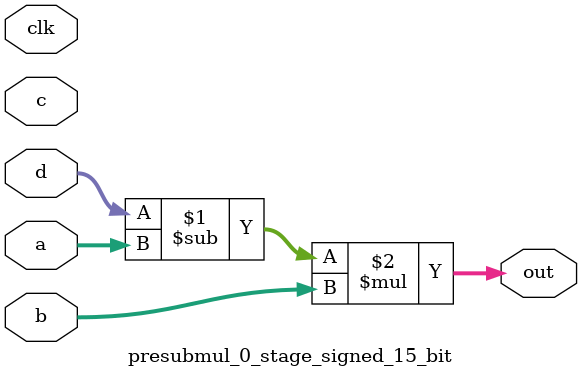
<source format=sv>
(* use_dsp = "yes" *) module presubmul_0_stage_signed_15_bit(
	input signed [14:0] a,
	input signed [14:0] b,
	input signed [14:0] c,
	input signed [14:0] d,
	output [14:0] out,
	input clk);

	assign out = (d - a) * b;
endmodule

</source>
